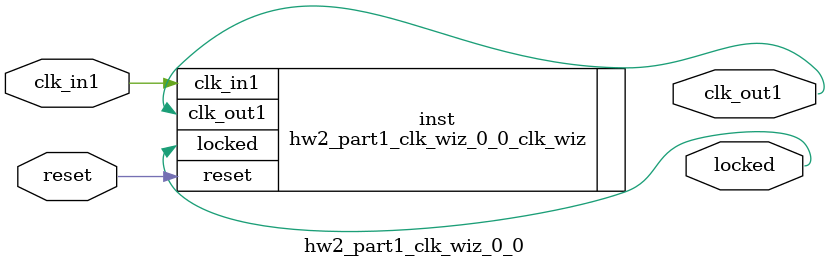
<source format=v>


`timescale 1ps/1ps

(* CORE_GENERATION_INFO = "hw2_part1_clk_wiz_0_0,clk_wiz_v6_0_11_0_0,{component_name=hw2_part1_clk_wiz_0_0,use_phase_alignment=true,use_min_o_jitter=false,use_max_i_jitter=false,use_dyn_phase_shift=false,use_inclk_switchover=false,use_dyn_reconfig=false,enable_axi=0,feedback_source=FDBK_AUTO,PRIMITIVE=MMCM,num_out_clk=1,clkin1_period=10.000,clkin2_period=10.000,use_power_down=false,use_reset=true,use_locked=true,use_inclk_stopped=false,feedback_type=SINGLE,CLOCK_MGR_TYPE=NA,manual_override=false}" *)

module hw2_part1_clk_wiz_0_0 
 (
  // Clock out ports
  output        clk_out1,
  // Status and control signals
  input         reset,
  output        locked,
 // Clock in ports
  input         clk_in1
 );

  hw2_part1_clk_wiz_0_0_clk_wiz inst
  (
  // Clock out ports  
  .clk_out1(clk_out1),
  // Status and control signals               
  .reset(reset), 
  .locked(locked),
 // Clock in ports
  .clk_in1(clk_in1)
  );

endmodule

</source>
